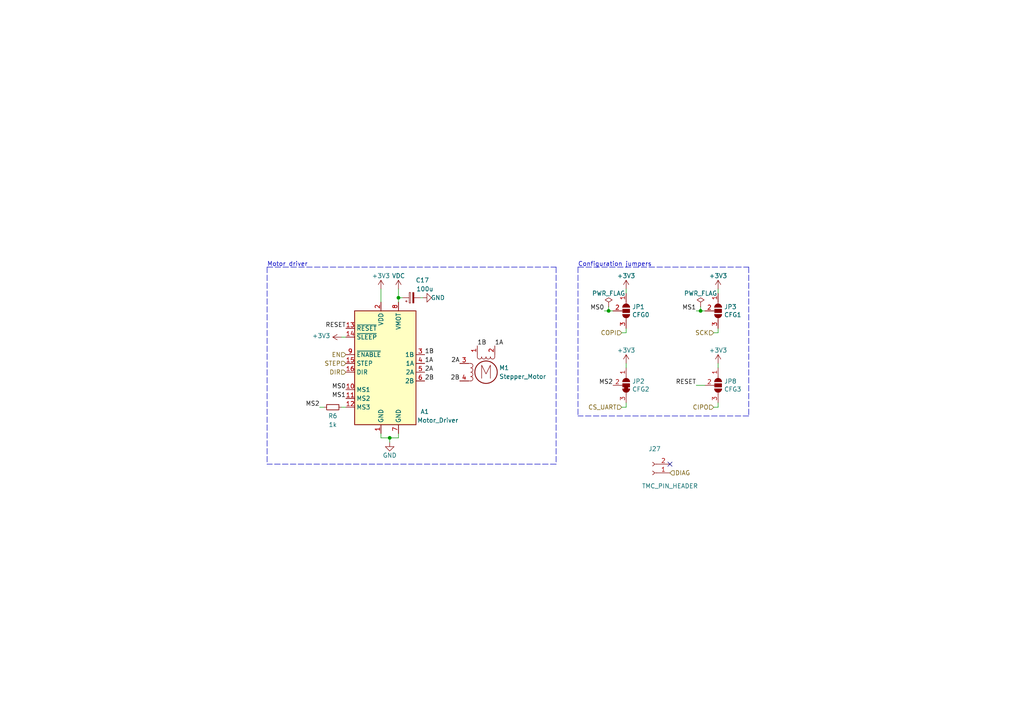
<source format=kicad_sch>
(kicad_sch (version 20211123) (generator eeschema)
  (paper "A4")
  (title_block (title "LumenPnP Motherboard") (date "2022-03-29") (rev "003") (company "Opulo"))
  (lib_symbols
    (symbol "Connector:Conn_01x02_Female" (pin_names (offset 1.016) hide)
      (property "Reference" "J" (at 0 2.54 0))
      (property "Value" "Conn_01x02_Female" (at 0 -5.08 0))
      (symbol "Conn_01x02_Female_1_1"
        (arc (start 0 -2.032) (mid -0.508 -2.54) (end 0 -3.048) (stroke (width 0.1524)))
        (polyline (pts (xy -1.27 -2.54) (xy -0.508 -2.54)) (stroke (width 0.1524)))
        (polyline (pts (xy -1.27 0) (xy -0.508 0)) (stroke (width 0.1524)))
        (arc (start 0 0.508) (mid -0.508 0) (end 0 -0.508) (stroke (width 0.1524)))
        (pin passive line (at -5.08 0 0) (length 3.81) (name "Pin_1") (number "1"))
        (pin passive line (at -5.08 -2.54 0) (length 3.81) (name "Pin_2") (number "2"))
      )
    )
    (symbol "Device:C_Polarized_Small" (pin_numbers hide) (pin_names (offset 0.254) hide)
      (property "Reference" "C" (at 0.254 1.778 0))
      (property "Value" "C_Polarized_Small" (at 0.254 -2.032 0))
      (symbol "C_Polarized_Small_0_1"
        (rectangle (start -1.524 -0.3048) (end 1.524 -0.6858) (fill (type outline)))
        (rectangle (start -1.524 0.6858) (end 1.524 0.3048))
        (polyline (pts (xy -1.27 1.524) (xy -0.762 1.524)))
        (polyline (pts (xy -1.016 1.27) (xy -1.016 1.778)))
      )
      (symbol "C_Polarized_Small_1_1"
        (pin passive line (at 0 2.54 270) (length 1.8542) (name "~") (number "1"))
        (pin passive line (at 0 -2.54 90) (length 1.8542) (name "~") (number "2"))
      )
    )
    (symbol "Device:R_Small" (pin_numbers hide) (pin_names (offset 0.254) hide)
      (property "Reference" "R" (at 0.762 0.508 0))
      (property "Value" "R_Small" (at 0.762 -1.016 0))
      (symbol "R_Small_0_1"
        (rectangle (start -0.762 1.778) (end 0.762 -1.778) (stroke (width 0.2032)))
      )
      (symbol "R_Small_1_1"
        (pin passive line (at 0 2.54 270) (length 0.762) (name "~") (number "1"))
        (pin passive line (at 0 -2.54 90) (length 0.762) (name "~") (number "2"))
      )
    )
    (symbol "Driver_Motor:Pololu_Breakout_A4988"
      (property "Reference" "A" (at -2.54 19.05 0))
      (property "Value" "Pololu_Breakout_A4988" (at -2.54 16.51 0))
      (symbol "Pololu_Breakout_A4988_0_1"
        (rectangle (start 10.16 -17.78) (end -7.62 15.24) (stroke (width 0.254)) (fill (type background)))
      )
      (symbol "Pololu_Breakout_A4988_1_1"
        (pin power_in line (at 0 -20.32 90) (length 2.54) (name "GND") (number "1"))
        (pin input line (at -10.16 -7.62 0) (length 2.54) (name "MS1") (number "10"))
        (pin input line (at -10.16 -10.16 0) (length 2.54) (name "MS2") (number "11"))
        (pin input line (at -10.16 -12.7 0) (length 2.54) (name "MS3") (number "12"))
        (pin input line (at -10.16 10.16 0) (length 2.54) (name "~{RESET}") (number "13"))
        (pin input line (at -10.16 7.62 0) (length 2.54) (name "~{SLEEP}") (number "14"))
        (pin input line (at -10.16 0 0) (length 2.54) (name "STEP") (number "15"))
        (pin input line (at -10.16 -2.54 0) (length 2.54) (name "DIR") (number "16"))
        (pin power_in line (at 0 17.78 270) (length 2.54) (name "VDD") (number "2"))
        (pin output line (at 12.7 2.54 180) (length 2.54) (name "1B") (number "3"))
        (pin output line (at 12.7 0 180) (length 2.54) (name "1A") (number "4"))
        (pin output line (at 12.7 -2.54 180) (length 2.54) (name "2A") (number "5"))
        (pin output line (at 12.7 -5.08 180) (length 2.54) (name "2B") (number "6"))
        (pin power_in line (at 5.08 -20.32 90) (length 2.54) (name "GND") (number "7"))
        (pin power_in line (at 5.08 17.78 270) (length 2.54) (name "VMOT") (number "8"))
        (pin input line (at -10.16 2.54 0) (length 2.54) (name "~{ENABLE}") (number "9"))
      )
    )
    (symbol "Jumper:SolderJumper_3_Open" (pin_names (offset 0) hide)
      (property "Reference" "JP" (at -2.54 -2.54 0))
      (property "Value" "SolderJumper_3_Open" (at 0 2.794 0))
      (symbol "SolderJumper_3_Open_0_1"
        (arc (start -1.016 1.016) (mid -2.032 0) (end -1.016 -1.016))
        (arc (start -1.016 1.016) (mid -2.032 0) (end -1.016 -1.016) (fill (type outline)))
        (rectangle (start -0.508 1.016) (end 0.508 -1.016) (fill (type outline)))
        (polyline (pts (xy -2.54 0) (xy -2.032 0)))
        (polyline (pts (xy -1.016 1.016) (xy -1.016 -1.016)))
        (polyline (pts (xy 0 -1.27) (xy 0 -1.016)))
        (polyline (pts (xy 1.016 1.016) (xy 1.016 -1.016)))
        (polyline (pts (xy 2.54 0) (xy 2.032 0)))
        (arc (start 1.016 -1.016) (mid 2.032 0) (end 1.016 1.016))
        (arc (start 1.016 -1.016) (mid 2.032 0) (end 1.016 1.016) (fill (type outline)))
      )
      (symbol "SolderJumper_3_Open_1_1"
        (pin passive line (at -5.08 0 0) (length 2.54) (name "A") (number "1"))
        (pin passive line (at 0 -3.81 90) (length 2.54) (name "C") (number "2"))
        (pin passive line (at 5.08 0 180) (length 2.54) (name "B") (number "3"))
      )
    )
    (symbol "Motor:Stepper_Motor_bipolar" (pin_names (offset 0) hide)
      (property "Reference" "M" (at 3.81 2.54 0))
      (property "Value" "Stepper_Motor_bipolar" (at 3.81 1.27 0))
      (symbol "Stepper_Motor_bipolar_0_0"
        (polyline (pts (xy -1.27 -1.778) (xy -1.27 2.032) (xy 0 -0.508) (xy 1.27 2.032) (xy 1.27 -1.778)))
      )
      (symbol "Stepper_Motor_bipolar_0_1"
        (arc (start -4.445 -2.54) (mid -3.81 -1.905) (end -4.445 -1.27))
        (arc (start -4.445 -1.27) (mid -3.81 -0.635) (end -4.445 0))
        (arc (start -4.445 0) (mid -3.81 0.635) (end -4.445 1.27))
        (arc (start -4.445 1.27) (mid -3.81 1.905) (end -4.445 2.54))
        (arc (start -2.54 4.445) (mid -1.905 3.81) (end -1.27 4.445))
        (arc (start -1.27 4.445) (mid -0.635 3.81) (end 0 4.445))
        (polyline (pts (xy -5.08 -2.54) (xy -4.445 -2.54)))
        (polyline (pts (xy -5.08 2.54) (xy -4.445 2.54)))
        (polyline (pts (xy -2.54 5.08) (xy -2.54 4.445)))
        (polyline (pts (xy 2.54 5.08) (xy 2.54 4.445)))
        (circle (center 0 0) (radius 3.2512) (stroke (width 0.254)))
        (arc (start 0 4.445) (mid 0.635 3.81) (end 1.27 4.445))
        (arc (start 1.27 4.445) (mid 1.905 3.81) (end 2.54 4.445))
      )
      (symbol "Stepper_Motor_bipolar_1_1"
        (pin passive line (at -2.54 7.62 270) (length 2.54) (name "~") (number "1"))
        (pin passive line (at 2.54 7.62 270) (length 2.54) (name "-") (number "2"))
        (pin passive line (at -7.62 2.54 0) (length 2.54) (name "~") (number "3"))
        (pin passive line (at -7.62 -2.54 0) (length 2.54) (name "~") (number "4"))
      )
    )
    (symbol "index:SolderJumper_3_Bridged23" (pin_names (offset 0) hide)
      (property "Reference" "JP" (at -2.54 -2.54 0))
      (property "Value" "SolderJumper_3_Bridged23" (at 0 2.794 0))
      (symbol "SolderJumper_3_Bridged23_0_1"
        (rectangle (start -1.016 0.508) (end -0.508 -0.508) (fill (type outline)))
        (arc (start -1.016 1.016) (mid -2.032 0) (end -1.016 -1.016))
        (arc (start -1.016 1.016) (mid -2.032 0) (end -1.016 -1.016) (fill (type outline)))
        (rectangle (start -0.508 1.016) (end 0.508 -1.016) (fill (type outline)))
        (polyline (pts (xy -2.54 0) (xy -2.032 0)))
        (polyline (pts (xy -1.016 1.016) (xy -1.016 -1.016)))
        (polyline (pts (xy 0 -1.27) (xy 0 -1.016)))
        (polyline (pts (xy 1.016 1.016) (xy 1.016 -1.016)))
        (polyline (pts (xy 2.54 0) (xy 2.032 0)))
        (arc (start 1.016 -1.016) (mid 2.032 0) (end 1.016 1.016))
        (arc (start 1.016 -1.016) (mid 2.032 0) (end 1.016 1.016) (fill (type outline)))
      )
      (symbol "SolderJumper_3_Bridged23_1_1"
        (pin passive line (at 5.08 0 180) (length 2.54) (name "B") (number "1"))
        (pin input line (at 0 -3.81 90) (length 2.54) (name "C") (number "2"))
        (pin passive line (at -5.08 0 0) (length 2.54) (name "A") (number "3"))
      )
    )
    (symbol "power:+3.3V" (power) (pin_names (offset 0))
      (property "Value" "+3.3V" (at 0 3.556 0))
      (symbol "+3.3V_0_1"
        (polyline (pts (xy -0.762 1.27) (xy 0 2.54)))
        (polyline (pts (xy 0 0) (xy 0 2.54)))
        (polyline (pts (xy 0 2.54) (xy 0.762 1.27)))
      )
      (symbol "+3.3V_1_1"
        (pin power_in line (at 0 0 90) (length 0) hide (name "+3V3") (number "1"))
      )
    )
    (symbol "power:+3V3" (power) (pin_names (offset 0))
      (property "Value" "+3V3" (at 0 3.556 0))
      (symbol "+3V3_0_1"
        (polyline (pts (xy -0.762 1.27) (xy 0 2.54)))
        (polyline (pts (xy 0 0) (xy 0 2.54)))
        (polyline (pts (xy 0 2.54) (xy 0.762 1.27)))
      )
      (symbol "+3V3_1_1"
        (pin power_in line (at 0 0 90) (length 0) hide (name "+3V3") (number "1"))
      )
    )
    (symbol "power:GND" (power) (pin_names (offset 0))
      (property "Value" "GND" (at 0 -3.81 0))
      (symbol "GND_0_1"
        (polyline (pts (xy 0 0) (xy 0 -1.27) (xy 1.27 -1.27) (xy 0 -2.54) (xy -1.27 -1.27) (xy 0 -1.27)))
      )
      (symbol "GND_1_1"
        (pin power_in line (at 0 0 270) (length 0) hide (name "GND") (number "1"))
      )
    )
    (symbol "power:PWR_FLAG" (power) (pin_numbers hide) (pin_names (offset 0) hide)
      (property "Value" "PWR_FLAG" (at 0 3.81 0))
      (symbol "PWR_FLAG_0_0"
        (pin power_out line (at 0 0 90) (length 0) (name "pwr") (number "1"))
      )
      (symbol "PWR_FLAG_0_1"
        (polyline (pts (xy 0 0) (xy 0 1.27) (xy -1.016 1.905) (xy 0 2.54) (xy 1.016 1.905) (xy 0 1.27)))
      )
    )
    (symbol "power:VDC" (power) (pin_names (offset 0))
      (property "Value" "VDC" (at 0 6.35 0))
      (symbol "VDC_0_1"
        (polyline (pts (xy -0.762 1.27) (xy 0 2.54)))
        (polyline (pts (xy 0 0) (xy 0 2.54)))
        (polyline (pts (xy 0 2.54) (xy 0.762 1.27)))
      )
      (symbol "VDC_1_1"
        (pin power_in line (at 0 0 90) (length 0) hide (name "VDC") (number "1"))
      )
    )
  )
  (junction (at 115.57 86.36))
  (junction (at 176.53 90.17))
  (junction (at 113.03 127))
  (junction (at 203.2 90.17))
  (no_connect (at 194.31 134.62))
  (wire (pts (xy 115.57 83.82) (xy 115.57 86.36)))
  (polyline (pts (xy 161.29 134.62) (xy 77.47 134.62)))
  (wire (pts (xy 180.34 96.52) (xy 181.61 96.52)))
  (wire (pts (xy 208.28 83.82) (xy 208.28 85.09)))
  (polyline (pts (xy 167.64 77.47) (xy 217.17 77.47)))
  (wire (pts (xy 207.01 96.52) (xy 208.28 96.52)))
  (wire (pts (xy 115.57 86.36) (xy 115.57 87.63)))
  (wire (pts (xy 207.01 118.11) (xy 208.28 118.11)))
  (wire (pts (xy 203.2 88.9) (xy 203.2 90.17)))
  (wire (pts (xy 175.26 90.17) (xy 176.53 90.17)))
  (wire (pts (xy 110.49 127) (xy 113.03 127)))
  (wire (pts (xy 176.53 90.17) (xy 177.8 90.17)))
  (polyline (pts (xy 77.47 77.47) (xy 161.29 77.47)))
  (wire (pts (xy 208.28 105.41) (xy 208.28 106.68)))
  (wire (pts (xy 208.28 96.52) (xy 208.28 95.25)))
  (polyline (pts (xy 167.64 77.47) (xy 167.64 120.65)))
  (wire (pts (xy 203.2 90.17) (xy 201.93 90.17)))
  (wire (pts (xy 203.2 90.17) (xy 204.47 90.17)))
  (wire (pts (xy 115.57 86.36) (xy 116.84 86.36)))
  (wire (pts (xy 208.28 118.11) (xy 208.28 116.84)))
  (wire (pts (xy 181.61 96.52) (xy 181.61 95.25)))
  (polyline (pts (xy 161.29 77.47) (xy 161.29 134.62)))
  (wire (pts (xy 115.57 125.73) (xy 115.57 127)))
  (wire (pts (xy 180.34 118.11) (xy 181.61 118.11)))
  (polyline (pts (xy 217.17 120.65) (xy 167.64 120.65)))
  (wire (pts (xy 113.03 128.27) (xy 113.03 127)))
  (wire (pts (xy 110.49 127) (xy 110.49 125.73)))
  (wire (pts (xy 201.93 111.76) (xy 204.47 111.76)))
  (wire (pts (xy 181.61 105.41) (xy 181.61 106.68)))
  (polyline (pts (xy 217.17 77.47) (xy 217.17 120.65)))
  (wire (pts (xy 181.61 118.11) (xy 181.61 116.84)))
  (wire (pts (xy 110.49 83.82) (xy 110.49 87.63)))
  (wire (pts (xy 99.06 97.79) (xy 100.33 97.79)))
  (wire (pts (xy 176.53 88.9) (xy 176.53 90.17)))
  (wire (pts (xy 121.92 86.36) (xy 122.555 86.36)))
  (polyline (pts (xy 77.47 77.47) (xy 77.47 134.62)))
  (wire (pts (xy 92.71 118.11) (xy 93.98 118.11)))
  (wire (pts (xy 181.61 83.82) (xy 181.61 85.09)))
  (wire (pts (xy 115.57 127) (xy 113.03 127)))
  (wire (pts (xy 99.06 118.11) (xy 100.33 118.11)))
  (text "Motor driver" (at 77.47 77.47 0) (effects (font (size 1.27 1.27)) (justify left bottom)))
  (text "Configuration jumpers" (at 167.64 77.47 0) (effects (font (size 1.27 1.27)) (justify left bottom)))
  (label "2B" (at 133.35 110.49 180))
  (label "RESET" (at 100.33 95.25 180))
  (label "2A" (at 133.35 105.41 180))
  (label "RESET" (at 201.93 111.76 180))
  (label "MS1" (at 100.33 115.57 180))
  (label "1A" (at 123.19 105.41 0))
  (label "MS0" (at 100.33 113.03 180))
  (label "2B" (at 123.19 110.49 0))
  (label "MS1" (at 201.93 90.17 180))
  (label "MS2" (at 177.8 111.76 180))
  (label "1B" (at 138.43 100.33 0))
  (label "2A" (at 123.19 107.95 0))
  (label "1B" (at 123.19 102.87 0))
  (label "MS2" (at 92.71 118.11 180))
  (label "1A" (at 143.51 100.33 0))
  (label "MS0" (at 175.26 90.17 180))
  (hierarchical_label "STEP" (shape input) (at 100.33 105.41 180))
  (hierarchical_label "DIAG" (shape input) (at 194.31 137.16 0))
  (hierarchical_label "DIR" (shape input) (at 100.33 107.95 180))
  (hierarchical_label "CS_UART" (shape input) (at 180.34 118.11 180))
  (hierarchical_label "EN" (shape input) (at 100.33 102.87 180))
  (hierarchical_label "SCK" (shape input) (at 207.01 96.52 180))
  (hierarchical_label "COPI" (shape input) (at 180.34 96.52 180))
  (hierarchical_label "CIPO" (shape input) (at 207.01 118.11 180))
  (symbol (lib_id "power:+3.3V") (at 208.28 105.41 0)
    (property "Reference" "#PWR0213" (effects hide))
    (property "Value" "+3.3V" (at 208.28 101.6 0))
  )
  (symbol (lib_id "Device:R_Small") (at 96.52 118.11 270)
    (property "Reference" "R6" (at 96.52 120.65 90))
    (property "Value" "1k" (at 96.52 123.19 90))
    (property "Footprint" "Resistor_SMD:R_0805_2012Metric" (effects hide))
    (property "JLCPCB" "C17513" (effects hide))
    (property "LCSC" "C17513" (effects hide))
  )
  (symbol (lib_id "power:+3.3V") (at 181.61 83.82 0)
    (property "Reference" "#PWR0214" (effects hide))
    (property "Value" "+3.3V" (at 181.61 80.01 0))
  )
  (symbol (lib_id "power:GND") (at 113.03 128.27 0)
    (property "Reference" "#PWR0220" (effects hide))
    (property "Value" "GND" (at 113.03 132.08 0))
  )
  (symbol (lib_id "power:+3.3V") (at 99.06 97.79 90)
    (property "Reference" "#PWR0217" (effects hide))
    (property "Value" "+3.3V" (at 95.8088 97.409 90) (effects (justify left)))
  )
  (symbol (lib_id "power:PWR_FLAG") (at 203.2 88.9 0)
    (property "Reference" "#FLG0113" (effects hide))
    (property "Value" "PWR_FLAG" (at 203.2 85.09 0))
  )
  (symbol (lib_id "power:+3.3V") (at 181.61 105.41 0)
    (property "Reference" "#PWR0212" (effects hide))
    (property "Value" "+3.3V" (at 181.61 101.6 0))
  )
  (symbol (lib_id "Driver_Motor:Pololu_Breakout_A4988") (at 110.49 105.41 0)
    (property "Reference" "A1" (at 123.19 119.38 0))
    (property "Value" "Motor_Driver" (at 127 121.92 0))
    (property "Footprint" "Module:Pololu_Breakout-16_15.2x20.3mm" (effects hide))
    (property "Datasheet" "https://www.pololu.com/product/2980/pictures" (effects hide))
  )
  (symbol (lib_id "power:GND") (at 122.555 86.36 90)
    (property "Reference" "#PWR0216" (effects hide))
    (property "Value" "GND" (at 127 86.36 90))
  )
  (symbol (lib_id "power:+3.3V") (at 208.28 83.82 0)
    (property "Reference" "#PWR0215" (effects hide))
    (property "Value" "+3.3V" (at 208.28 80.01 0))
  )
  (symbol (lib_id "power:VDC") (at 115.57 83.82 0)
    (property "Reference" "#PWR0219" (effects hide))
    (property "Value" "VDC" (at 115.57 80.01 0))
  )
  (symbol (lib_id "Device:C_Polarized_Small") (at 119.38 86.36 90)
    (property "Reference" "C17" (at 124.46 81.28 90) (effects (justify left)))
    (property "Value" "100u" (at 125.73 83.82 90) (effects (justify left)))
    (property "Footprint" "Capacitor_SMD:CP_Elec_6.3x7.7" (effects hide))
    (property "Digikey" "493-2203-1-ND" (effects hide))
    (property "JLCPCB" "C99837" (effects hide))
    (property "LCSC" "C3339" (effects hide))
    (property "Mouser" "647-UWT1V101MCL1S" (effects hide))
  )
  (symbol (lib_id "Jumper:SolderJumper_3_Open") (at 181.61 90.17 270)
    (property "Reference" "JP1" (at 183.3372 89.0016 90) (effects (justify left)))
    (property "Value" "CFG0" (at 183.3372 91.313 90) (effects (justify left)))
    (property "Footprint" "Jumper:SolderJumper-3_P1.3mm_Open_RoundedPad1.0x1.5mm" (effects hide))
  )
  (symbol (lib_id "power:PWR_FLAG") (at 176.53 88.9 0)
    (property "Reference" "#FLG0115" (effects hide))
    (property "Value" "PWR_FLAG" (at 176.53 85.09 0))
  )
  (symbol (lib_id "Jumper:SolderJumper_3_Open") (at 208.28 111.76 270)
    (property "Reference" "JP8" (at 210.0072 110.5916 90) (effects (justify left)))
    (property "Value" "CFG3" (at 210.0072 112.903 90) (effects (justify left)))
    (property "Footprint" "Jumper:SolderJumper-3_P1.3mm_Open_RoundedPad1.0x1.5mm" (effects hide))
  )
  (symbol (lib_id "power:+3V3") (at 110.49 83.82 0)
    (property "Reference" "#PWR0218" (effects hide))
    (property "Value" "+3V3" (at 110.49 80.01 0))
  )
  (symbol (lib_id "index:SolderJumper_3_Bridged23") (at 181.61 111.76 270) (mirror x)
    (property "Reference" "JP2" (at 183.3372 110.5916 90) (effects (justify left)))
    (property "Value" "CFG2" (at 183.3372 112.903 90) (effects (justify left)))
    (property "Footprint" "index:SolderJumper-3_P1.3mm_Bridged23_RoundedPad1.0x1.5mm" (effects hide))
  )
  (symbol (lib_id "Motor:Stepper_Motor_bipolar") (at 140.97 107.95 0)
    (property "Reference" "M1" (at 144.78 106.68 0) (effects (justify left)))
    (property "Value" "Stepper_Motor" (at 144.78 109.22 0) (effects (justify left)))
    (property "Footprint" "Connector_JST:JST_XH_B4B-XH-A_1x04_P2.50mm_Vertical" (effects hide))
    (property "Datasheet" "http://www.infineon.com/dgdl/Application-Note-TLE8110EE_driving_UniPolarStepperMotor_V1.1.pdf?fileId=db3a30431be39b97011be5d0aa0a00b0" (effects hide))
    (property "LCSC" "C37815" (effects hide))
    (property "JLCPCB" "C37815" (effects hide))
    (property "Digikey" "455-2249-ND" (effects hide))
  )
  (symbol (lib_id "Jumper:SolderJumper_3_Open") (at 208.28 90.17 270)
    (property "Reference" "JP3" (at 210.0072 89.0016 90) (effects (justify left)))
    (property "Value" "CFG1" (at 210.0072 91.313 90) (effects (justify left)))
    (property "Footprint" "Jumper:SolderJumper-3_P1.3mm_Open_RoundedPad1.0x1.5mm" (effects hide))
  )
  (symbol (lib_id "Connector:Conn_01x02_Female") (at 189.23 137.16 180)
    (property "Reference" "J27" (at 189.865 130.1963 0))
    (property "Value" "TMC_PIN_HEADER" (at 194.31 140.97 0))
    (property "Footprint" "Connector_PinSocket_2.54mm:PinSocket_1x02_P2.54mm_Vertical" (effects hide))
  )
)
</source>
